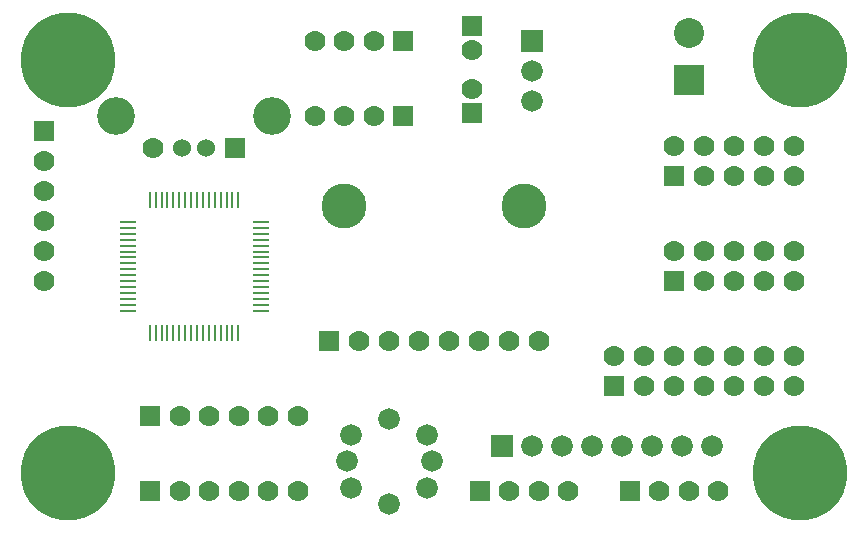
<source format=gts>
G04 ================== begin FILE IDENTIFICATION RECORD ==================*
G04 Layout Name:  C:/HOME/KUMAGAI/DEVELOP/ORCAD/BALANCECONT_R12/allegro/BalanceCont.brd*
G04 Film Name:    GB_BalanceCont.GTS*
G04 File Format:  Gerber RS274X*
G04 File Origin:  Cadence Allegro 16.6-S014*
G04 Origin Date:  Thu Feb 25 10:40:31 2016*
G04 *
G04 Layer:  VIA CLASS/SOLDERMASK_TOP*
G04 Layer:  PIN/SOLDERMASK_TOP*
G04 Layer:  PACKAGE GEOMETRY/SOLDERMASK_TOP*
G04 Layer:  DRC ERROR CLASS/SOLDERMASK_TOP*
G04 Layer:  BOARD GEOMETRY/SOLDERMASK_TOP*
G04 *
G04 Offset:    (0.0000 0.0000)*
G04 Mirror:    No*
G04 Mode:      Positive*
G04 Rotation:  0*
G04 FullContactRelief:  No*
G04 UndefLineWidth:     0.0000*
G04 ================== end FILE IDENTIFICATION RECORD ====================*
%FSLAX25Y25*MOMM*%
%IR0*IPPOS*OFA0.00000B0.00000*MIA0B0*SFA1.00000B1.00000*%
%ADD13R,1.4612X.27*%
%ADD14R,.27X1.4612*%
%ADD15C,3.2004*%
%ADD10C,8.001*%
%ADD20C,2.54*%
%ADD17C,3.81*%
%ADD16C,1.524*%
%ADD21R,2.54X2.54*%
%ADD11C,1.778*%
%ADD18C,1.8288*%
%ADD12R,1.778X1.778*%
%ADD19R,1.8288X1.8288*%
%LPD*%
G75*
G54D10*
X-3100000Y-1750000D03*
Y1750000D03*
X3100000Y-1750000D03*
Y1750000D03*
G54D11*
X-3302000Y-127000D03*
Y127000D03*
Y381000D03*
Y635000D03*
Y889000D03*
X-2382000Y999000D03*
X-1653000Y-1905000D03*
X-1903000D03*
X-2153000D03*
X-1653000Y-1270000D03*
X-1903000D03*
X-2153000D03*
X-1153000Y-1905000D03*
X-1403000D03*
X-1153000Y-1270000D03*
X-1403000D03*
X-1010000Y1270000D03*
X-760000D03*
X-1010000Y1905000D03*
X-760000D03*
X-127000Y-635000D03*
X-381000D03*
X-635000D03*
X-510000Y1270000D03*
Y1905000D03*
X637000Y-1905000D03*
X635000Y-635000D03*
X381000D03*
X127000D03*
X317500Y1498600D03*
Y1835150D03*
X1137000Y-1905000D03*
X887000D03*
X1524000Y-762000D03*
X889000Y-635000D03*
X2157000Y-1905000D03*
X1907000D03*
X2286000Y-762000D03*
X2032000D03*
X1778000D03*
X2286000Y-1016000D03*
X2032000D03*
X1778000D03*
X2286000Y-127000D03*
Y127000D03*
X2032000D03*
X2286000Y762000D03*
Y1016000D03*
X2032000D03*
X2407000Y-1905000D03*
X3048000Y-762000D03*
X2794000D03*
X2540000D03*
X3048000Y-1016000D03*
X2794000D03*
X2540000D03*
X3048000Y-127000D03*
X2794000D03*
X2540000D03*
X3048000Y127000D03*
X2794000D03*
X2540000D03*
X3048000Y762000D03*
X2794000D03*
X2540000D03*
X3048000Y1016000D03*
X2794000D03*
X2540000D03*
G54D20*
X2159000Y1976120D03*
G54D12*
X-3302000Y1143000D03*
X-2403000Y-1905000D03*
Y-1270000D03*
X-1682000Y999000D03*
X-889000Y-635000D03*
X-260000Y1270000D03*
Y1905000D03*
X387000Y-1905000D03*
X317500Y1295400D03*
Y2038350D03*
X1524000Y-1016000D03*
X1657000Y-1905000D03*
X2032000Y-127000D03*
Y762000D03*
G54D21*
X2159000Y1579880D03*
G54D13*
X-2594510Y-375010D03*
Y-324990D03*
Y-275010D03*
Y-224990D03*
Y-175010D03*
Y-124990D03*
Y-75010D03*
Y-24990D03*
Y24990D03*
Y75010D03*
Y124990D03*
Y175010D03*
Y224990D03*
Y275010D03*
Y324990D03*
Y375010D03*
X-1469490Y-124990D03*
Y-175010D03*
Y-224990D03*
Y-275010D03*
Y-324990D03*
Y-375010D03*
Y375010D03*
Y324990D03*
Y275010D03*
Y224990D03*
Y175010D03*
Y124990D03*
Y75010D03*
Y24990D03*
Y-24990D03*
Y-75010D03*
G54D14*
X-2407010Y-562510D03*
Y562510D03*
X-1656990Y-562510D03*
X-1707010D03*
X-1756990D03*
X-1807010D03*
X-1856990D03*
X-1907010D03*
X-1956990D03*
X-2007010D03*
X-2056990D03*
X-2107010D03*
X-2156990D03*
X-2207010D03*
X-2256990D03*
X-2307010D03*
X-2356990D03*
Y562510D03*
X-2307010D03*
X-2256990D03*
X-2207010D03*
X-2156990D03*
X-2107010D03*
X-2056990D03*
X-2007010D03*
X-1956990D03*
X-1907010D03*
X-1856990D03*
X-1807010D03*
X-1756990D03*
X-1707010D03*
X-1656990D03*
G54D15*
X-2689000Y1270000D03*
X-1375000D03*
G54D16*
X-2132000Y999000D03*
X-1932000D03*
G54D17*
X-762000Y508000D03*
X762000D03*
G54D18*
X-741000Y-1651000D03*
X-381000Y-2011000D03*
X-21000Y-1651000D03*
X-706000Y-1876000D03*
X-56000D03*
X-381000Y-1291000D03*
X-706000Y-1426000D03*
X-56000D03*
X1333500Y-1524000D03*
X1079500D03*
X825500D03*
Y1397000D03*
Y1651000D03*
X2095500Y-1524000D03*
X1841500D03*
X1587500D03*
X2349500D03*
G54D19*
X571500D03*
X825500Y1905000D03*
M02*

</source>
